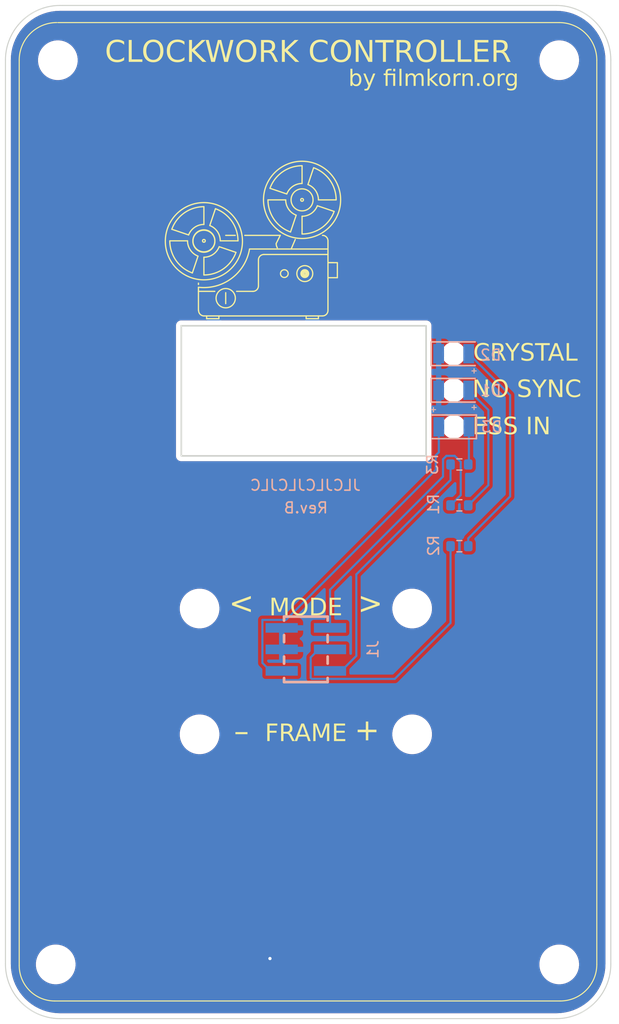
<source format=kicad_pcb>
(kicad_pcb (version 20240108) (generator "pcbnew") (generator_version "8.0")
  (title_block (title "Clockwork Controller Frontpanel") (date "2025-03-31") (rev "Rev.A") (company "filmkorn.org"))
  (layers (0 "F.Cu" signal) (31 "B.Cu" signal) (34 "B.Paste" user) (35 "F.Paste" user) (36 "B.SilkS" user "B.Silkscreen") (37 "F.SilkS" user "F.Silkscreen") (38 "B.Mask" user) (39 "F.Mask" user) (44 "Edge.Cuts" user))
  (net 0 "")
  (net 1 "GND")
  (net 2 "Net-(D1-A)")
  (net 3 "Net-(D2-A)")
  (net 4 "Net-(D3-K)")
  (net 5 "/5V")
  (net 6 "/no Sync")
  (net 7 "/Crystal")
  (net 8 "/Ext. Imp")
  (footprint "MountingHole:MountingHole_3.2mm_M3_DIN965" (layer "F.Cu") (at 144.8 127.8)
    (property "Reference" "H3" (hide yes))
    (property "Value" "MountingHole")
    (pad "" np_thru_hole circle (at 0 0) (size 3.2 3.2) (drill 3.2) (layers "*.Cu" "*.Mask"))
  )
  (footprint "MountingHole:MountingHole_3.2mm_M3_DIN965" (layer "F.Cu") (at 131.1 94.7)
    (property "Reference" "H7" (hide yes))
    (property "Value" "MountingHole")
    (pad "" np_thru_hole circle (at 0 0) (size 3.2 3.2) (drill 3.2) (layers "*.Cu" "*.Mask"))
  )
  (footprint "MountingHole:MountingHole_3.2mm_M3_DIN965" (layer "F.Cu") (at 98.1 43.7)
    (property "Reference" "H2" (hide yes))
    (property "Value" "MountingHole")
    (pad "" np_thru_hole circle (at 0 0) (size 3.2 3.2) (drill 3.2) (layers "*.Cu" "*.Mask"))
  )
  (footprint "MountingHole:MountingHole_3.2mm_M3_DIN965" (layer "F.Cu") (at 111.3 106.4)
    (property "Reference" "H6" (hide yes))
    (property "Value" "MountingHole")
    (pad "" np_thru_hole circle (at 0 0) (size 3.2 3.2) (drill 3.2) (layers "*.Cu" "*.Mask"))
  )
  (footprint "MountingHole:MountingHole_3.2mm_M3_DIN965" (layer "F.Cu") (at 131.1 106.4)
    (property "Reference" "H8" (hide yes))
    (property "Value" "MountingHole")
    (pad "" np_thru_hole circle (at 0 0) (size 3.2 3.2) (drill 3.2) (layers "*.Cu" "*.Mask"))
  )
  (footprint "MountingHole:MountingHole_3.2mm_M3_DIN965" (layer "F.Cu") (at 97.9 127.8)
    (property "Reference" "H4" (hide yes))
    (property "Value" "MountingHole")
    (pad "" np_thru_hole circle (at 0 0) (size 3.2 3.2) (drill 3.2) (layers "*.Cu" "*.Mask"))
  )
  (footprint "MountingHole:MountingHole_3.2mm_M3_DIN965" (layer "F.Cu") (at 144.8 43.7)
    (property "Reference" "H1" (hide yes))
    (property "Value" "MountingHole")
    (pad "" np_thru_hole circle (at 0 0) (size 3.2 3.2) (drill 3.2) (layers "*.Cu" "*.Mask"))
  )
  (footprint "MountingHole:MountingHole_3.2mm_M3_DIN965" (layer "F.Cu") (at 111.3 94.7)
    (property "Reference" "H5" (hide yes))
    (property "Value" "MountingHole")
    (pad "" np_thru_hole circle (at 0 0) (size 3.2 3.2) (drill 3.2) (layers "*.Cu" "*.Mask"))
  )
  (footprint "Resistor_SMD:R_0603_1608Metric" (layer "B.Cu") (at 135.5 81.3 180)
    (property "Reference" "R3" (at 2.5 0 90) (layer "B.SilkS") (effects (justify mirror)))
    (property "Value" "100")
    (fp_line (start 0.237258 0.5225) (end -0.237258 0.5225) (stroke (width 0.12)) (layer "B.SilkS"))
    (fp_line (start 0.237258 -0.5225) (end -0.237258 -0.5225) (stroke (width 0.12)) (layer "B.SilkS"))
    (pad "1" smd roundrect (at -0.825 0 180) (size 0.8 0.95) (layers "B.Cu" "B.Paste" "B.Mask") (net 4 "Net-(D3-K)"))
    (pad "2" smd roundrect (at 0.825 0 180) (size 0.8 0.95) (layers "B.Cu" "B.Paste" "B.Mask") (net 8 "/Ext. Imp"))
  )
  (footprint "easyEDA:LED-SMD_L3.2-W1.6-RD-EH-3_kicad" (layer "B.Cu") (at 134.9695 74.4)
    (property "Reference" "D1" (at 3.4605 0.022 180) (layer "B.SilkS") (effects (justify mirror)))
    (property "Value" "no sync (re)")
    (fp_line (start -2.1 1.1) (end -2.1 -1.1) (stroke (width 0.15)) (layer "B.SilkS"))
    (fp_line (start 0.58 1.1) (end 2 1.1) (stroke (width 0.15)) (layer "B.SilkS"))
    (fp_line (start 1.1 1.1) (end -2.1 1.1) (stroke (width 0.15)) (layer "B.SilkS"))
    (fp_line (start 1.7 1.6) (end 2.1 1.6) (stroke (width 0.1)) (layer "B.SilkS"))
    (fp_line (start 1.9 1.4) (end 1.9 1.8) (stroke (width 0.1)) (layer "B.SilkS"))
    (fp_line (start 1.9 1.6) (end 1.9 1.4) (stroke (width 0.1)) (layer "B.SilkS"))
    (fp_line (start 2 -1.1) (end -2.1 -1.1) (stroke (width 0.15)) (layer "B.SilkS"))
    (pad "" np_thru_hole circle (at 0 0) (size 1.7 1.7) (drill 1.7) (layers "F&B.Cu" "*.Mask"))
    (pad "1" smd rect (at -1.4 0) (size 1 1.8) (layers "B.Cu" "B.Paste" "B.Mask") (net 1 "GND"))
    (pad "2" smd rect (at 1.4 0) (size 1 1.8) (layers "B.Cu" "B.Paste" "B.Mask") (net 2 "Net-(D1-A)"))
  )
  (footprint "Resistor_SMD:R_0603_1608Metric" (layer "B.Cu") (at 135.5 85.1)
    (property "Reference" "R1" (at -2.406 -0.092 90) (layer "B.SilkS") (effects (justify mirror)))
    (property "Value" "4k7")
    (fp_line (start 0.237258 -0.5225) (end -0.237258 -0.5225) (stroke (width 0.12)) (layer "B.SilkS"))
    (fp_line (start 0.237258 0.5225) (end -0.237258 0.5225) (stroke (width 0.12)) (layer "B.SilkS"))
    (pad "1" smd roundrect (at -0.825 0) (size 0.8 0.95) (layers "B.Cu" "B.Paste" "B.Mask") (net 6 "/no Sync"))
    (pad "2" smd roundrect (at 0.825 0) (size 0.8 0.95) (layers "B.Cu" "B.Paste" "B.Mask") (net 2 "Net-(D1-A)"))
  )
  (footprint "easyEDA:LED-SMD_L3.2-W1.6-RD-EH-3_kicad" (layer "B.Cu") (at 134.9875 77.8 180)
    (property "Reference" "D3" (at -3.5125 0 360) (layer "B.SilkS") (effects (justify mirror)))
    (property "Value" "Ext. Imp. (or)")
    (fp_line (start 2 -1.1) (end -2.1 -1.1) (stroke (width 0.15)) (layer "B.SilkS"))
    (fp_line (start 1.9 1.6) (end 1.9 1.4) (stroke (width 0.1)) (layer "B.SilkS"))
    (fp_line (start 1.9 1.4) (end 1.9 1.8) (stroke (width 0.1)) (layer "B.SilkS"))
    (fp_line (start 1.7 1.6) (end 2.1 1.6) (stroke (width 0.1)) (layer "B.SilkS"))
    (fp_line (start 1.1 1.1) (end -2.1 1.1) (stroke (width 0.15)) (layer "B.SilkS"))
    (fp_line (start 0.58 1.1) (end 2 1.1) (stroke (width 0.15)) (layer "B.SilkS"))
    (fp_line (start -2.1 1.1) (end -2.1 -1.1) (stroke (width 0.15)) (layer "B.SilkS"))
    (pad "" np_thru_hole circle (at 0 0 180) (size 1.7 1.7) (drill 1.7) (layers "F&B.Cu" "*.Mask"))
    (pad "1" smd rect (at -1.4 0 180) (size 1 1.8) (layers "B.Cu" "B.Paste" "B.Mask") (net 4 "Net-(D3-K)"))
    (pad "2" smd rect (at 1.4 0 180) (size 1 1.8) (layers "B.Cu" "B.Paste" "B.Mask") (net 5 "/5V"))
  )
  (footprint "easyEDA:HDR-SMD_6P-P2.00-V-M-R2-C3-LS6.5_flipped" (layer "B.Cu") (at 121.2 98.5 90)
    (property "Reference" "J1" (at 0 6.25 -90) (layer "B.SilkS") (effects (justify mirror)))
    (property "Value" "~")
    (fp_line (start 3.05 -2.03) (end 2.68 -2.03) (stroke (width 0.25)) (layer "B.SilkS"))
    (fp_line (start 1.33 -2.03) (end 0.68 -2.03) (stroke (width 0.25)) (layer "B.SilkS"))
    (fp_line (start -0.67 -2.03) (end -1.32 -2.03) (stroke (width 0.25)) (layer "B.SilkS"))
    (fp_line (start -2.67 -2.03) (end -3.04 -2.03) (stroke (width 0.25)) (layer "B.SilkS"))
    (fp_line (start -3.04 -2.03) (end -3.04 2.03) (stroke (width 0.25)) (layer "B.SilkS"))
    (fp_line (start 3.05 2.03) (end 3.05 -2.03) (stroke (width 0.25)) (layer "B.SilkS"))
    (fp_line (start 2.68 2.03) (end 3.05 2.03) (stroke (width 0.25)) (layer "B.SilkS"))
    (fp_line (start 0.68 2.03) (end 1.33 2.03) (stroke (width 0.25)) (layer "B.SilkS"))
    (fp_line (start -1.32 2.03) (end -0.67 2.03) (stroke (width 0.25)) (layer "B.SilkS"))
    (fp_line (start -3.04 2.03) (end -2.66 2.03) (stroke (width 0.25)) (layer "B.SilkS"))
    (pad "1" smd rect (at -2 2.25 90) (size 0.89 3) (layers "B.Cu" "B.Paste" "B.Mask") (net 8 "/Ext. Imp"))
    (pad "2" smd rect (at -2 -2.25 90) (size 0.89 3) (layers "B.Cu" "B.Paste" "B.Mask") (net 5 "/5V"))
    (pad "3" smd rect (at 0 2.25 90) (size 0.89 3) (layers "B.Cu" "B.Paste" "B.Mask") (net 7 "/Crystal"))
    (pad "4" smd rect (at 0 -2.25 90) (size 0.89 3) (layers "B.Cu" "B.Paste" "B.Mask") (net 1 "GND"))
    (pad "5" smd rect (at 2 2.25 90) (size 0.89 3) (layers "B.Cu" "B.Paste" "B.Mask") (net 6 "/no Sync"))
    (pad "6" smd rect (at 2 -2.25 90) (size 0.89 3) (layers "B.Cu" "B.Paste" "B.Mask") (net 1 "GND"))
  )
  (footprint "Resistor_SMD:R_0603_1608Metric" (layer "B.Cu") (at 135.5 88.9)
    (property "Reference" "R2" (at -2.406 -0.048 90) (layer "B.SilkS") (effects (justify mirror)))
    (property "Value" "3K3")
    (fp_line (start 0.237258 -0.5225) (end -0.237258 -0.5225) (stroke (width 0.12)) (layer "B.SilkS"))
    (fp_line (start 0.237258 0.5225) (end -0.237258 0.5225) (stroke (width 0.12)) (layer "B.SilkS"))
    (pad "1" smd roundrect (at -0.825 0) (size 0.8 0.95) (layers "B.Cu" "B.Paste" "B.Mask") (net 7 "/Crystal"))
    (pad "2" smd roundrect (at 0.825 0) (size 0.8 0.95) (layers "B.Cu" "B.Paste" "B.Mask") (net 3 "Net-(D2-A)"))
  )
  (footprint "easyEDA:LED-SMD_L3.2-W1.6-RD-EH-3_kicad" (layer "B.Cu") (at 134.9695 71)
    (property "Reference" "D2" (at 3.4605 0.12 180) (layer "B.SilkS") (effects (justify mirror)))
    (property "Value" "Crystal (gr)")
    (fp_line (start -2.1 1.1) (end -2.1 -1.1) (stroke (width 0.15)) (layer "B.SilkS"))
    (fp_line (start 0.58 1.1) (end 2 1.1) (stroke (width 0.15)) (layer "B.SilkS"))
    (fp_line (start 1.1 1.1) (end -2.1 1.1) (stroke (width 0.15)) (layer "B.SilkS"))
    (fp_line (start 1.7 1.6) (end 2.1 1.6) (stroke (width 0.1)) (layer "B.SilkS"))
    (fp_line (start 1.9 1.4) (end 1.9 1.8) (stroke (width 0.1)) (layer "B.SilkS"))
    (fp_line (start 1.9 1.6) (end 1.9 1.4) (stroke (width 0.1)) (layer "B.SilkS"))
    (fp_line (start 2 -1.1) (end -2.1 -1.1) (stroke (width 0.15)) (layer "B.SilkS"))
    (pad "" np_thru_hole circle (at 0 0) (size 1.7 1.7) (drill 1.7) (layers "F&B.Cu" "*.Mask"))
    (pad "1" smd rect (at -1.4 0) (size 1 1.8) (layers "B.Cu" "B.Paste" "B.Mask") (net 1 "GND"))
    (pad "2" smd rect (at 1.4 0) (size 1 1.8) (layers "B.Cu" "B.Paste" "B.Mask") (net 3 "Net-(D2-A)"))
  )
  (gr_line (start 108.527386 60.499672) (end 110.178386 60.499672) (stroke (width 0.12)) (layer "F.SilkS"))
  (gr_arc (start 114.689704 61.575106) (mid 113.528054 63.097281) (end 111.702386 63.674672) (stroke (width 0.12)) (layer "F.SilkS"))
  (gr_line (start 113.124805 61.046756) (end 114.689704 61.575106) (stroke (width 0.12)) (layer "F.SilkS"))
  (gr_line (start 116.274386 65.198672) (end 114.750386 65.198672) (stroke (width 0.12)) (layer "F.SilkS"))
  (gr_circle (center 119.195386 63.547672) (end 119.449386 63.801672) (stroke (width 0.12)) (fill none) (layer "F.SilkS"))
  (gr_arc (start 112.24947 59.077253) (mid 112.958644 59.636875) (end 113.226386 60.499672) (stroke (width 0.12)) (layer "F.SilkS"))
  (gr_line (start 123.259386 61.769672) (end 117.290386 61.769672) (stroke (width 0.12)) (layer "F.SilkS"))
  (gr_line (start 148.3 43.7) (end 148.3 127.8) (stroke (width 0.1)) (layer "F.SilkS"))
  (gr_line (start 112.77782 57.512354) (end 112.24947 59.077253) (stroke (width 0.12)) (layer "F.SilkS"))
  (gr_line (start 113.226386 60.499672) (end 114.877386 60.499672) (stroke (width 0.12)) (layer "F.SilkS"))
  (gr_arc (start 108.715068 59.424238) (mid 109.876719 57.902065) (end 111.702386 57.324672) (stroke (width 0.12)) (layer "F.SilkS"))
  (gr_circle (center 111.702386 60.499672) (end 111.829386 60.499672) (stroke (width 0.12)) (fill none) (layer "F.SilkS"))
  (gr_circle (center 121.100386 63.547672) (end 121.354386 63.801672) (stroke (width 0.12)) (fill none) (layer "F.SilkS"))
  (gr_arc (start 111.669586 67.483872) (mid 111.339909 67.315975) (end 111.207653 66.970454) (stroke (width 0.12)) (layer "F.SilkS"))
  (gr_circle (center 111.702386 60.535774) (end 114.242386 63.075774) (stroke (width 0.12)) (fill none) (layer "F.SilkS"))
  (gr_arc (start 121.39347 55.267253) (mid 122.102644 55.826875) (end 122.370386 56.689672) (stroke (width 0.12)) (layer "F.SilkS"))
  (gr_circle (center 111.702386 60.535774) (end 112.210386 61.424774) (stroke (width 0.12)) (fill none) (layer "F.SilkS"))
  (gr_line (start 124.133596 63.928672) (end 123.259386 63.928672) (stroke (width 0.12)) (layer "F.SilkS"))
  (gr_line (start 122.370386 56.689672) (end 124.021386 56.689672) (stroke (width 0.12)) (layer "F.SilkS"))
  (gr_line (start 121.100386 63.547672) (end 121.100386 63.547672) (stroke (width 0.12)) (layer "F.SilkS"))
  (gr_arc (start 119.423967 56.142588) (mid 119.983595 55.433422) (end 120.846386 55.165672) (stroke (width 0.12)) (layer "F.SilkS"))
  (gr_line (start 113.734386 65.325672) (end 113.734386 66.341672) (stroke (width 0.12)) (layer "F.SilkS"))
  (gr_arc (start 110.626952 63.48699) (mid 109.104786 62.325335) (end 108.527386 60.499672) (stroke (width 0.12)) (layer "F.SilkS"))
  (gr_circle (center 120.846386 56.689672) (end 121.354386 57.578672) (stroke (width 0.12)) (fill none) (layer "F.SilkS"))
  (gr_arc (start 148.3 127.8) (mid 147.303733 130.205203) (end 144.89853 131.20147) (stroke (width 0.1)) (layer "F.SilkS"))
  (gr_line (start 113.099386 67.484672) (end 113.099386 67.738672) (stroke (width 0.12)) (layer "F.SilkS"))
  (gr_line (start 122.751386 67.484672) (end 111.702386 67.484672) (stroke (width 0.12)) (layer "F.SilkS"))
  (gr_line (start 120.846386 58.213672) (end 120.846386 59.864672) (stroke (width 0.12)) (layer "F.SilkS"))
  (gr_line (start 111.194386 66.976672) (end 111.194386 64.817672) (stroke (width 0.12)) (layer "F.SilkS"))
  (gr_circle (center 121.100386 63.547672) (end 121.481386 64.182672) (stroke (width 0.12)) (fill none) (layer "F.SilkS"))
  (gr_line (start 111.702386 62.023672) (end 111.702386 63.674672) (stroke (width 0.12)) (layer "F.SilkS"))
  (gr_line (start 123.259386 60.499672) (end 123.259386 66.976672) (stroke (width 0.12)) (layer "F.SilkS"))
  (gr_line (start 115.512386 59.991672) (end 118.814386 59.991672) (stroke (width 0.12)) (layer "F.SilkS"))
  (gr_line (start 121.227386 67.738672) (end 121.227386 67.484672) (stroke (width 0.12)) (layer "F.SilkS"))
  (gr_line (start 120.299302 58.112091) (end 119.770952 59.67699) (stroke (width 0.12)) (layer "F.SilkS"))
  (gr_line (start 108.715068 59.424238) (end 110.279967 59.952588) (stroke (width 0.12)) (layer "F.SilkS"))
  (gr_circle (center 111.702386 60.499672) (end 112.210386 61.388672) (stroke (width 0.12)) (fill none) (layer "F.SilkS"))
  (gr_line (start 122.268805 57.236756) (end 123.833704 57.765106) (stroke (width 0.12)) (layer "F.SilkS"))
  (gr_line (start 122.370386 67.484672) (end 122.370386 67.738672) (stroke (width 0.12)) (layer "F.SilkS"))
  (gr_arc (start 122.751386 59.991672) (mid 123.110603 60.140455) (end 123.259386 60.499672) (stroke (width 0.12)) (layer "F.SilkS"))
  (gr_circle (center 113.734386 65.833672) (end 114.369386 66.468672) (stroke (width 0.12)) (fill none) (layer "F.SilkS"))
  (gr_circle (center 120.846386 56.689672) (end 123.386386 59.229672) (stroke (width 0.12)) (fill none) (layer "F.SilkS"))
  (gr_arc (start 118.541976 61.145718) (mid 118.461038 60.957075) (end 118.433386 60.753672) (stroke (width 0.12)) (layer "F.SilkS"))
  (gr_arc (start 123.259386 66.976672) (mid 123.110599 67.335885) (end 122.751386 67.484672) (stroke (width 0.12)) (layer "F.SilkS"))
  (gr_line (start 124.133596 62.531672) (end 124.133596 63.928672) (stroke (width 0.12)) (layer "F.SilkS"))
  (gr_arc (start 119.770952 59.67699) (mid 118.248786 58.515335) (end 117.671386 56.689672) (stroke (width 0.12)) (layer "F.SilkS"))
  (gr_circle (center 120.846386 56.689672) (end 120.973386 56.689672) (stroke (width 0.12)) (fill none) (layer "F.SilkS"))
  (gr_arc (start 117.859068 55.614238) (mid 119.020719 54.092065) (end 120.846386 53.514672) (stroke (width 0.12)) (layer "F.SilkS"))
  (gr_line (start 116.782386 62.277672) (end 116.782386 64.690672) (stroke (width 0.12)) (layer "F.SilkS"))
  (gr_line (start 118.814386 59.991672) (end 118.433386 60.753672) (stroke (width 0.12)) (layer "F.SilkS"))
  (gr_arc (start 115.953781 61.255743) (mid 114.286005 63.987966) (end 111.194386 64.817672) (stroke (width 0.12)) (layer "F.SilkS"))
  (gr_line (start 112.718386 65.198672) (end 111.194386 65.198672) (stroke (width 0.12)) (layer "F.SilkS"))
  (gr_arc (start 110.279967 59.952588) (mid 110.839595 59.243422) (end 111.702386 58.975672) (stroke (width 0.12)) (layer "F.SilkS"))
  (gr_arc (start 122.268805 57.236756) (mid 121.709179 57.945923) (end 120.846386 58.213672) (stroke (width 0.12)) (layer "F.SilkS"))
  (gr_line (start 97.8 131.201514) (end 144.9 131.201514) (stroke (width 0.1)) (layer "F.SilkS"))
  (gr_line (start 123.259386 62.531672) (end 123.767386 62.531672) (stroke (width 0.12)) (layer "F.SilkS"))
  (gr_line (start 122.370386 67.738672) (end 121.227386 67.738672) (stroke (width 0.12)) (layer "F.SilkS"))
  (gr_line (start 117.859068 55.614238) (end 119.423967 56.142588) (stroke (width 0.12)) (layer "F.SilkS"))
  (gr_line (start 111.956386 67.738672) (end 111.956386 67.484672) (stroke (width 0.12)) (layer "F.SilkS"))
  (gr_circle (center 121.100386 63.547672) (end 121.227386 63.674672) (stroke (width 0.12)) (fill none) (layer "F.SilkS"))
  (gr_line (start 120.846386 53.514672) (end 120.846386 55.165672) (stroke (width 0.12)) (layer "F.SilkS"))
  (gr_arc (start 120.299302 58.112091) (mid 119.590142 57.552459) (end 119.322386 56.689672) (stroke (width 0.12)) (layer "F.SilkS"))
  (gr_arc (start 116.782386 62.277672) (mid 116.931179 61.918465) (end 117.290386 61.769672) (stroke (width 0.12)) (layer "F.SilkS"))
  (gr_line (start 98.1 40.2) (end 144.8 40.2) (stroke (width 0.1)) (layer "F.SilkS"))
  (gr_line (start 114.623386 59.991672) (end 113.734386 59.991672) (stroke (width 0.12)) (layer "F.SilkS"))
  (gr_arc (start 94.5 43.7) (mid 95.525545 41.224117) (end 98.001428 40.198572) (stroke (width 0.1)) (layer "F.SilkS"))
  (gr_circle (center 121.100386 63.547672) (end 121.100386 63.674672) (stroke (width 0.12)) (fill none) (layer "F.SilkS"))
  (gr_line (start 111.194386 64.563672) (end 111.194386 64.436672) (stroke (width 0.12)) (layer "F.SilkS"))
  (gr_arc (start 112.77782 57.512354) (mid 114.3 58.674) (end 114.877386 60.499672) (stroke (width 0.12)) (layer "F.SilkS"))
  (gr_line (start 111.155302 61.922091) (end 110.626952 63.48699) (stroke (width 0.12)) (layer "F.SilkS"))
  (gr_arc (start 113.124805 61.046756) (mid 112.565179 61.755923) (end 111.702386 62.023672) (stroke (width 0.12)) (layer "F.SilkS"))
  (gr_arc (start 123.833704 57.765106) (mid 122.672054 59.287281) (end 120.846386 59.864672) (stroke (width 0.12)) (layer "F.SilkS"))
  (gr_line (start 120.211386 60.372672) (end 119.830386 61.261672) (stroke (width 0.12)) (layer "F.SilkS"))
  (gr_arc (start 121.92182 53.702354) (mid 123.444 54.864) (end 124.021386 56.689672) (stroke (width 0.12)) (layer "F.SilkS"))
  (gr_arc (start 97.801514 131.201514) (mid 95.466991 130.234523) (end 94.5 127.9) (stroke (width 0.1)) (layer "F.SilkS"))
  (gr_line (start 123.259386 62.531672) (end 124.133596 62.531672) (stroke (width 0.12)) (layer "F.SilkS"))
  (gr_arc (start 116.782386 64.690672) (mid 116.633599 65.049885) (end 116.274386 65.198672) (stroke (width 0.12)) (layer "F.SilkS"))
  (gr_arc (start 111.155302 61.922091) (mid 110.446142 61.362459) (end 110.178386 60.499672) (stroke (width 0.12)) (layer "F.SilkS"))
  (gr_circle (center 121.100386 63.547672) (end 121.227386 63.801672) (stroke (width 0.12)) (fill none) (layer "F.SilkS"))
  (gr_line (start 94.5 43.7) (end 94.5 127.9) (stroke (width 0.1)) (layer "F.SilkS"))
  (gr_line (start 111.702386 57.324672) (end 111.702386 58.975672) (stroke (width 0.12)) (layer "F.SilkS"))
  (gr_line (start 113.099386 67.738672) (end 111.956386 67.738672) (stroke (width 0.12)) (layer "F.SilkS"))
  (gr_line (start 121.92182 53.702354) (end 121.39347 55.267253) (stroke (width 0.12)) (layer "F.SilkS"))
  (gr_arc (start 144.8 40.2) (mid 147.274874 41.225126) (end 148.3 43.7) (stroke (width 0.1)) (layer "F.SilkS"))
  (gr_line (start 117.671386 56.689672) (end 119.322386 56.689672) (stroke (width 0.12)) (layer "F.SilkS"))
  (gr_line (start 123.259386 61.261672) (end 116.020386 61.261672) (stroke (width 0.12)) (layer "F.SilkS"))
  (gr_line (start 93.218 43.688) (end 93.218 127.762) (stroke (width 0.1)) (layer "Edge.Cuts"))
  (gr_arc (start 93.218 43.688) (mid 94.705898 40.095898) (end 98.298 38.608) (stroke (width 0.1)) (layer "Edge.Cuts"))
  (gr_arc (start 98.298 132.842) (mid 94.705898 131.354102) (end 93.218 127.762) (stroke (width 0.1)) (layer "Edge.Cuts"))
  (gr_line (start 149.606 43.688) (end 149.606 127.762) (stroke (width 0.1)) (layer "Edge.Cuts"))
  (gr_arc (start 149.606 127.762) (mid 148.118102 131.354102) (end 144.526 132.842) (stroke (width 0.1)) (layer "Edge.Cuts"))
  (gr_rect (start 109.6 68.4) (end 132.4 80.5) (stroke (width 0.15)) (fill none) (layer "Edge.Cuts"))
  (gr_line (start 144.526 132.842) (end 98.298 132.842) (stroke (width 0.1)) (layer "Edge.Cuts"))
  (gr_line (start 98.298 38.608) (end 144.526 38.608) (stroke (width 0.1)) (layer "Edge.Cuts"))
  (gr_arc (start 144.526 38.608) (mid 148.118102 40.095898) (end 149.606 43.688) (stroke (width 0.1)) (layer "Edge.Cuts"))
  (gr_text "Rev.B" (at 121.2 85.92 0) (layer "B.SilkS") (effects (font (size 1 1)) (justify bottom mirror)))
  (gr_text "JLCJLCJLCJLC" (at 126.4 83.82 0) (layer "B.SilkS") (effects (font (size 1 1)) (justify left bottom mirror)))
  (gr_text "CLOCKWORK CONTROLLER" (at 121.412 44.196 0) (layer "F.SilkS") (effects (font (size 2 2) (thickness 0.1)) (justify bottom)))
  (gr_text "ESS IN" (at 136.7125 78.7625 0) (layer "F.SilkS") (effects (font (size 1.6 1.6) (thickness 0.2)) (justify left bottom)))
  (gr_text "CRYSTAL" (at 136.782 71.9165 0) (layer "F.SilkS") (effects (font (size 1.6 1.6) (thickness 0.2)) (justify left bottom)))
  (gr_text "+" (at 126.9 107.3 0) (layer "F.SilkS") (effects (font (size 2 2) (thickness 0.35)) (justify bottom)))
  (gr_text "NO SYNC" (at 136.7 75.3 0) (layer "F.SilkS") (effects (font (size 1.6 1.6) (thickness 0.2)) (justify left bottom)))
  (gr_text "FRAME" (at 121.2 107.3 0) (layer "F.SilkS") (effects (font (size 1.6 1.6) (thickness 0.35)) (justify bottom)))
  (gr_text ">" (at 127.2 95.5 0) (layer "F.SilkS") (effects (font (size 2 2) (thickness 0.35)) (justify bottom)))
  (gr_text "by filmkorn.org" (at 133.096 45.466 0) (layer "F.SilkS") (effects (font (size 1.5 1.5) (thickness 0.1875))))
  (gr_text "<" (at 115.2 95.5 0) (layer "F.SilkS") (effects (font (size 2 2) (thickness 0.35)) (justify bottom)))
  (gr_text "MODE" (at 121.2 95.6 0) (layer "F.SilkS") (effects (font (size 1.6 1.6) (thickness 0.35)) (justify bottom)))
  (gr_text "–" (at 115.2 107.4 0) (layer "F.SilkS") (effects (font (size 2 2) (thickness 0.35)) (justify bottom)))
  (via (at 117.856 127.254) (size 0.6) (drill 0.3) (layers "F.Cu" "B.Cu") (net 1))
  (segment (start 118.95 126.16) (end 117.856 127.254) (width 0.2) (layer "B.Cu") (net 1))
  (segment (start 133.5695 74.4) (end 133.5695 74.8) (width 0.2) (layer "B.Cu") (net 1))
  (segment (start 118.7 104.1) (end 118.95 126.16) (width 0.2) (layer "B.Cu") (net 1))
  (segment (start 133.5695 71) (end 133.5695 71.4) (width 0.2) (layer "B.Cu") (net 1))
  (segment (start 136.3695 74.4) (end 138.2 76.2305) (width 0.2) (layer "B.Cu") (net 2))
  (segment (start 138.2 83.225) (end 136.325 85.1) (width 0.2) (layer "B.Cu") (net 2))
  (segment (start 138.2 76.2305) (end 138.2 83.225) (width 0.2) (layer "B.Cu") (net 2))
  (segment (start 140.225 84.275) (end 140.225 74.8555) (width 0.2) (layer "B.Cu") (net 3))
  (segment (start 136.325 88.175) (end 140.225 84.275) (width 0.2) (layer "B.Cu") (net 3))
  (segment (start 136.325 88.9) (end 136.325 88.175) (width 0.2) (layer "B.Cu") (net 3))
  (segment (start 140.225 74.8555) (end 136.3695 71) (width 0.2) (layer "B.Cu") (net 3))
  (segment (start 136.3875 77.8) (end 136.3875 81.2375) (width 0.2) (layer "B.Cu") (net 4))
  (segment (start 136.3875 81.2375) (end 136.325 81.3) (width 0.2) (layer "B.Cu") (net 4))
  (segment (start 118.95 100.5) (end 117.895 100.5) (width 0.2) (layer "B.Cu") (net 5))
  (segment (start 133.5875 80.161028) (end 133.5875 77.8) (width 0.2) (layer "B.Cu") (net 5))
  (segment (start 119.345 95.755) (end 133.3 81.8) (width 0.2) (layer "B.Cu") (net 5))
  (segment (start 117.895 100.5) (end 117.15 99.755) (width 0.2) (layer "B.Cu") (net 5))
  (segment (start 117.15 95.755) (end 119.345 95.755) (width 0.2) (layer "B.Cu") (net 5))
  (segment (start 133.3 81.8) (end 133.3 80.448528) (width 0.2) (layer "B.Cu") (net 5))
  (segment (start 117.15 99.755) (end 117.15 95.755) (width 0.2) (layer "B.Cu") (net 5))
  (segment (start 133.3 80.448528) (end 133.5875 80.161028) (width 0.2) (layer "B.Cu") (net 5))
  (segment (start 133.975 80.812352) (end 133.975 82.425) (width 0.2) (layer "B.Cu") (net 6))
  (segment (start 135.062648 80.5) (end 134.287352 80.5) (width 0.2) (layer "B.Cu") (net 6))
  (segment (start 135.625 84.15) (end 135.625 81.062352) (width 0.2) (layer "B.Cu") (net 6))
  (segment (start 134.675 85.1) (end 135.625 84.15) (width 0.2) (layer "B.Cu") (net 6))
  (segment (start 134.287352 80.5) (end 133.975 80.812352) (width 0.2) (layer "B.Cu") (net 6))
  (segment (start 123.45 92.95) (end 123.45 96.5) (width 0.2) (layer "B.Cu") (net 6))
  (segment (start 133.975 82.425) (end 123.45 92.95) (width 0.2) (layer "B.Cu") (net 6))
  (segment (start 135.625 81.062352) (end 135.062648 80.5) (width 0.2) (layer "B.Cu") (net 6))
  (segment (start 121.65 101.15) (end 121.745 101.245) (width 0.2) (layer "B.Cu") (net 7))
  (segment (start 123.45 98.5) (end 122.395 98.5) (width 0.2) (layer "B.Cu") (net 7))
  (segment (start 121.65 99.245) (end 121.65 101.15) (width 0.2) (layer "B.Cu") (net 7))
  (segment (start 122.395 98.5) (end 121.65 99.245) (width 0.2) (layer "B.Cu") (net 7))
  (segment (start 121.745 101.245) (end 129.48 101.245) (width 0.2) (layer "B.Cu") (net 7))
  (segment (start 134.675 96.05) (end 134.675 88.9) (width 0.2) (layer "B.Cu") (net 7))
  (segment (start 129.48 101.245) (end 134.675 96.05) (width 0.2) (layer "B.Cu") (net 7))
  (segment (start 125.9 99.105) (end 124.505 100.5) (width 0.2) (layer "B.Cu") (net 8))
  (segment (start 122.395 100.5) (end 123.45 100.5) (width 0.2) (layer "B.Cu") (net 8))
  (segment (start 124.505 100.5) (end 123.45 100.5) (width 0.2) (layer "B.Cu") (net 8))
  (segment (start 134.675 81.3) (end 134.675 82.75) (width 0.2) (layer "B.Cu") (net 8))
  (segment (start 125.9 91.525) (end 125.9 99.105) (width 0.2) (layer "B.Cu") (net 8))
  (segment (start 134.675 82.75) (end 125.9 91.525) (width 0.2) (layer "B.Cu") (net 8))
  (zone (net 0) (net_name "") (layer "F.Cu") (connect_pads (clearance 0)) (min_thickness 0.254)
    (keepout (tracks not_allowed) (vias not_allowed) (pads allowed) (copperpour not_allowed) (footprints allowed))
    (fill (thermal_gap 0.508) (thermal_bridge_width 0.508))
    (polygon (pts (xy 120.084386 60.245672) (xy 121.227386 60.245672) (xy 121.862386 60.118672) (xy 122.370386 59.991672) (xy 122.751386 59.991672) (xy 123.005386 60.118672) (xy 123.259386 60.372672) (xy 123.259386 62.531672) (xy 123.259386 63.928672) (xy 123.259386 67.103672) (xy 123.132386 67.357672) (xy 122.751386 67.484672) (xy 122.370386 67.484672) (xy 122.370386 67.738672) (xy 121.227386 67.738672) (xy 121.227386 67.484672) (xy 113.226386 67.484672) (xy 113.226386 67.738672) (xy 112.083386 67.738672) (xy 112.083386 67.484672) (xy 111.575386 67.484672) (xy 111.321386 67.357672) (xy 111.194386 67.103672) (xy 111.194386 64.182672) (xy 112.083386 64.182672) (xy 112.718386 64.055672) (xy 113.480386 63.674672) (xy 114.242386 63.166672) (xy 114.623386 62.658672) (xy 115.004386 62.023672) (xy 115.258386 61.261672) (xy 115.385386 60.499672) (xy 115.385386 59.991672) (xy 119.449386 59.991672)))
  )
  (zone (net 0) (net_name "") (layer "F.Cu") (connect_pads (clearance 0)) (min_thickness 0.254)
    (keepout (tracks not_allowed) (vias not_allowed) (pads allowed) (copperpour not_allowed) (footprints allowed))
    (fill (thermal_gap 0.508) (thermal_bridge_width 0.508))
    (polygon (pts (xy 114.877386 60.499672) (xy 113.734386 60.499672) (xy 113.734386 59.991672) (xy 114.877386 59.991672)))
  )
  (zone (net 0) (net_name "") (layer "F.Cu") (priority 1) (connect_pads (clearance 0.3)) (min_thickness 0.25) (fill yes (thermal_gap 0.5) (thermal_bridge_width 0.5))
    (polygon (pts (xy 92.71 38.1) (xy 150.368 38.1) (xy 150.368 133.35) (xy 92.71 133.35)))
  )
  (zone (net 0) (net_name "") (layer "F.Cu") (connect_pads (clearance 0)) (min_thickness 0.254)
    (keepout (tracks not_allowed) (vias not_allowed) (pads allowed) (copperpour not_allowed) (footprints allowed))
    (fill (thermal_gap 0.508) (thermal_bridge_width 0.508))
    (polygon (pts (xy 114.242386 61.515672) (xy 114.623386 61.642672) (xy 114.496386 62.023672) (xy 114.115386 62.531672) (xy 113.734386 62.912672) (xy 113.226386 63.293672) (xy 112.464386 63.547672) (xy 111.702386 63.674672) (xy 111.702386 62.531672) (xy 112.464386 62.404672) (xy 112.972386 62.150672) (xy 113.353386 61.769672) (xy 113.607386 61.261672)))
  )
  (zone (net 1) (net_name "GND") (layers "F&B.Cu") (priority 1) (connect_pads (clearance 0.3)) (min_thickness 0.25) (fill yes (thermal_gap 0.5) (thermal_bridge_width 0.5))
    (polygon (pts (xy 92.71 38.1) (xy 150.368 38.1) (xy 150.368 133.35) (xy 92.71 133.35)))
  )
)
</source>
